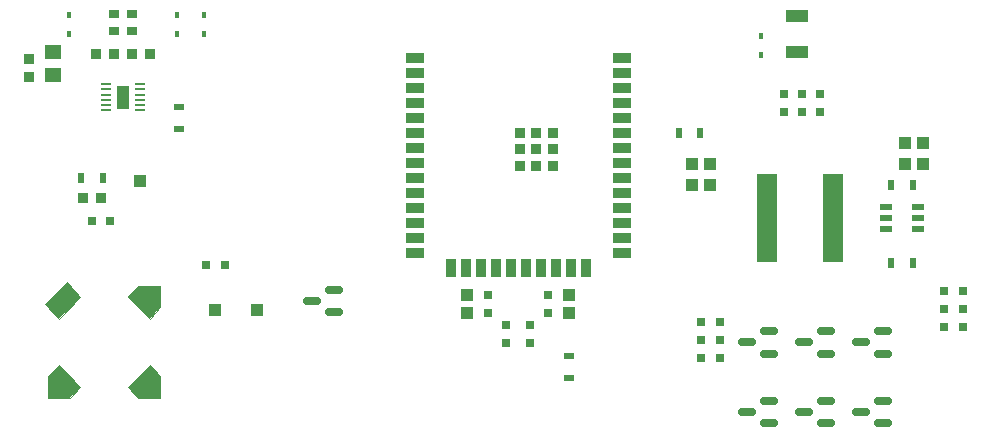
<source format=gbp>
G04 #@! TF.GenerationSoftware,KiCad,Pcbnew,(6.0.7)*
G04 #@! TF.CreationDate,2023-03-18T00:07:20-06:00*
G04 #@! TF.ProjectId,Base Station,42617365-2053-4746-9174-696f6e2e6b69,1.2*
G04 #@! TF.SameCoordinates,Original*
G04 #@! TF.FileFunction,Paste,Bot*
G04 #@! TF.FilePolarity,Positive*
%FSLAX46Y46*%
G04 Gerber Fmt 4.6, Leading zero omitted, Abs format (unit mm)*
G04 Created by KiCad (PCBNEW (6.0.7)) date 2023-03-18 00:07:20*
%MOMM*%
%LPD*%
G01*
G04 APERTURE LIST*
G04 Aperture macros list*
%AMRoundRect*
0 Rectangle with rounded corners*
0 $1 Rounding radius*
0 $2 $3 $4 $5 $6 $7 $8 $9 X,Y pos of 4 corners*
0 Add a 4 corners polygon primitive as box body*
4,1,4,$2,$3,$4,$5,$6,$7,$8,$9,$2,$3,0*
0 Add four circle primitives for the rounded corners*
1,1,$1+$1,$2,$3*
1,1,$1+$1,$4,$5*
1,1,$1+$1,$6,$7*
1,1,$1+$1,$8,$9*
0 Add four rect primitives between the rounded corners*
20,1,$1+$1,$2,$3,$4,$5,0*
20,1,$1+$1,$4,$5,$6,$7,0*
20,1,$1+$1,$6,$7,$8,$9,0*
20,1,$1+$1,$8,$9,$2,$3,0*%
G04 Aperture macros list end*
%ADD10C,0.010000*%
%ADD11R,0.900000X0.650000*%
%ADD12R,1.020000X1.000000*%
%ADD13R,1.000000X1.020000*%
%ADD14R,0.755599X0.799998*%
%ADD15R,0.799998X0.755599*%
%ADD16R,0.558800X0.889000*%
%ADD17R,0.355600X0.508000*%
%ADD18R,1.000000X1.000000*%
%ADD19RoundRect,0.150000X0.587500X0.150000X-0.587500X0.150000X-0.587500X-0.150000X0.587500X-0.150000X0*%
%ADD20R,0.890000X0.930000*%
%ADD21O,0.850000X0.250000*%
%ADD22R,0.889000X0.558800*%
%ADD23R,1.470000X1.285000*%
%ADD24R,0.970000X0.900000*%
%ADD25R,1.905000X0.990600*%
%ADD26R,1.790700X7.493000*%
%ADD27R,1.003300X0.558800*%
%ADD28R,1.500000X0.900000*%
%ADD29R,0.900000X1.500000*%
%ADD30R,0.900000X0.900000*%
%ADD31R,0.960000X0.970000*%
G04 APERTURE END LIST*
G36*
X121161582Y-94129547D02*
G01*
X120240800Y-94129547D01*
X120240800Y-92308000D01*
X121161582Y-92308000D01*
X121161582Y-94129547D01*
G37*
D10*
X121161582Y-94129547D02*
X120240800Y-94129547D01*
X120240800Y-92308000D01*
X121161582Y-92308000D01*
X121161582Y-94129547D01*
G36*
X123853750Y-116826520D02*
G01*
X123853750Y-118665000D01*
X122015270Y-118665000D01*
X121113190Y-117712920D01*
X122951670Y-115874440D01*
X123853750Y-116826520D01*
G37*
X123853750Y-116826520D02*
X123853750Y-118665000D01*
X122015270Y-118665000D01*
X121113190Y-117712920D01*
X122951670Y-115874440D01*
X123853750Y-116826520D01*
G36*
X117094310Y-110117080D02*
G01*
X115255830Y-111955560D01*
X114103750Y-110703480D01*
X115942230Y-108865000D01*
X117094310Y-110117080D01*
G37*
X117094310Y-110117080D02*
X115255830Y-111955560D01*
X114103750Y-110703480D01*
X115942230Y-108865000D01*
X117094310Y-110117080D01*
G36*
X123853750Y-111003480D02*
G01*
X122951670Y-111955560D01*
X121113190Y-110117080D01*
X122015270Y-109165000D01*
X123853750Y-109165000D01*
X123853750Y-111003480D01*
G37*
X123853750Y-111003480D02*
X122951670Y-111955560D01*
X121113190Y-110117080D01*
X122015270Y-109165000D01*
X123853750Y-109165000D01*
X123853750Y-111003480D01*
G36*
X117094310Y-117712920D02*
G01*
X116192230Y-118665000D01*
X114353750Y-118665000D01*
X114353750Y-116826520D01*
X115255830Y-115874440D01*
X117094310Y-117712920D01*
G37*
X117094310Y-117712920D02*
X116192230Y-118665000D01*
X114353750Y-118665000D01*
X114353750Y-116826520D01*
X115255830Y-115874440D01*
X117094310Y-117712920D01*
D11*
X119961400Y-87654000D03*
X119961400Y-86204000D03*
X121434600Y-87654000D03*
X121434600Y-86204000D03*
D12*
X149860000Y-109985000D03*
X149860000Y-111503000D03*
X158496000Y-109985000D03*
X158496000Y-111503000D03*
D13*
X170434000Y-100643001D03*
X168916000Y-100643001D03*
X168916000Y-98865001D03*
X170434000Y-98865001D03*
X186940650Y-98865001D03*
X188458650Y-98865001D03*
X186940650Y-97087001D03*
X188458650Y-97087001D03*
D14*
X118079201Y-103708000D03*
X119634799Y-103708000D03*
D15*
X151638000Y-111521799D03*
X151638000Y-109966201D03*
X156718000Y-111521799D03*
X156718000Y-109966201D03*
D16*
X117182900Y-100076000D03*
X119037100Y-100076000D03*
D17*
X127556000Y-86255900D03*
X127556000Y-87856100D03*
D15*
X179724050Y-94487800D03*
X179724050Y-92932202D03*
D16*
X169600350Y-96266000D03*
X167746150Y-96266000D03*
D18*
X122174000Y-100330000D03*
D19*
X185087500Y-113029201D03*
X185087500Y-114929201D03*
X183212500Y-113979201D03*
D20*
X119946800Y-89596000D03*
X118406800Y-89596000D03*
D19*
X180261500Y-118907001D03*
X180261500Y-120807001D03*
X178386500Y-119857001D03*
D14*
X190230201Y-109585001D03*
X191785799Y-109585001D03*
X129301799Y-107442000D03*
X127746201Y-107442000D03*
D19*
X138605500Y-109540000D03*
X138605500Y-111440000D03*
X136730500Y-110490000D03*
D21*
X122150800Y-92093000D03*
X122150800Y-92543000D03*
X122150800Y-92993000D03*
X122150800Y-93443000D03*
X122150800Y-93893000D03*
X122150800Y-94343000D03*
X119250800Y-94343000D03*
X119250800Y-93893000D03*
X119250800Y-93443000D03*
X119250800Y-92993000D03*
X119250800Y-92543000D03*
X119250800Y-92093000D03*
D14*
X169672000Y-113776001D03*
X171227598Y-113776001D03*
D22*
X158436500Y-117005100D03*
X158436500Y-115150900D03*
D19*
X175435500Y-113029201D03*
X175435500Y-114929201D03*
X173560500Y-113979201D03*
X175435500Y-118907001D03*
X175435500Y-120807001D03*
X173560500Y-119857001D03*
D14*
X190230201Y-112633001D03*
X191785799Y-112633001D03*
D15*
X153162000Y-114061799D03*
X153162000Y-112506201D03*
D23*
X114808000Y-91354000D03*
X114808000Y-89408000D03*
D24*
X112776000Y-89961000D03*
X112776000Y-91531000D03*
D17*
X125270000Y-86255900D03*
X125270000Y-87856100D03*
D16*
X187617100Y-107247001D03*
X185762900Y-107247001D03*
D14*
X190230201Y-111109001D03*
X191785799Y-111109001D03*
D17*
X174752000Y-89611200D03*
X174752000Y-88011000D03*
D18*
X132080000Y-111252000D03*
D19*
X180261500Y-113029201D03*
X180261500Y-114929201D03*
X178386500Y-113979201D03*
D25*
X177800000Y-86372700D03*
X177800000Y-89369900D03*
D17*
X116126000Y-86255900D03*
X116126000Y-87856100D03*
D16*
X185756550Y-100643001D03*
X187610750Y-100643001D03*
D18*
X128524000Y-111252000D03*
D20*
X121448000Y-89596000D03*
X122988000Y-89596000D03*
D26*
X180848000Y-103437001D03*
X175247300Y-103437001D03*
D27*
X185331100Y-104387002D03*
X185331100Y-103437001D03*
X185331100Y-102487000D03*
X188036200Y-102487000D03*
X188036200Y-103437001D03*
X188036200Y-104387002D03*
D14*
X169672000Y-112252001D03*
X171227598Y-112252001D03*
D15*
X178200050Y-92932202D03*
X178200050Y-94487800D03*
D28*
X162928000Y-89916000D03*
X162928000Y-91186000D03*
X162928000Y-92456000D03*
X162928000Y-93726000D03*
X162928000Y-94996000D03*
X162928000Y-96266000D03*
X162928000Y-97536000D03*
X162928000Y-98806000D03*
X162928000Y-100076000D03*
X162928000Y-101346000D03*
X162928000Y-102616000D03*
X162928000Y-103886000D03*
X162928000Y-105156000D03*
X162928000Y-106426000D03*
D29*
X159893000Y-107676000D03*
X158623000Y-107676000D03*
X157353000Y-107676000D03*
X156083000Y-107676000D03*
X154813000Y-107676000D03*
X153543000Y-107676000D03*
X152273000Y-107676000D03*
X151003000Y-107676000D03*
X149733000Y-107676000D03*
X148463000Y-107676000D03*
D28*
X145428000Y-106426000D03*
X145428000Y-105156000D03*
X145428000Y-103886000D03*
X145428000Y-102616000D03*
X145428000Y-101346000D03*
X145428000Y-100076000D03*
X145428000Y-98806000D03*
X145428000Y-97536000D03*
X145428000Y-96266000D03*
X145428000Y-94996000D03*
X145428000Y-93726000D03*
X145428000Y-92456000D03*
X145428000Y-91186000D03*
X145428000Y-89916000D03*
D30*
X157078000Y-96236000D03*
X155678000Y-96236000D03*
X154278000Y-96236000D03*
X157078000Y-97636000D03*
X155678000Y-97636000D03*
X154278000Y-97636000D03*
X157078000Y-99036000D03*
X155678000Y-99036000D03*
X154278000Y-99036000D03*
D15*
X176676050Y-94487800D03*
X176676050Y-92932202D03*
D19*
X185087500Y-118907001D03*
X185087500Y-120807001D03*
X183212500Y-119857001D03*
D22*
X125476000Y-94068900D03*
X125476000Y-95923100D03*
D14*
X169672000Y-115300001D03*
X171227598Y-115300001D03*
D15*
X155194000Y-114061799D03*
X155194000Y-112506201D03*
D31*
X117340000Y-101795000D03*
X118850000Y-101795000D03*
M02*

</source>
